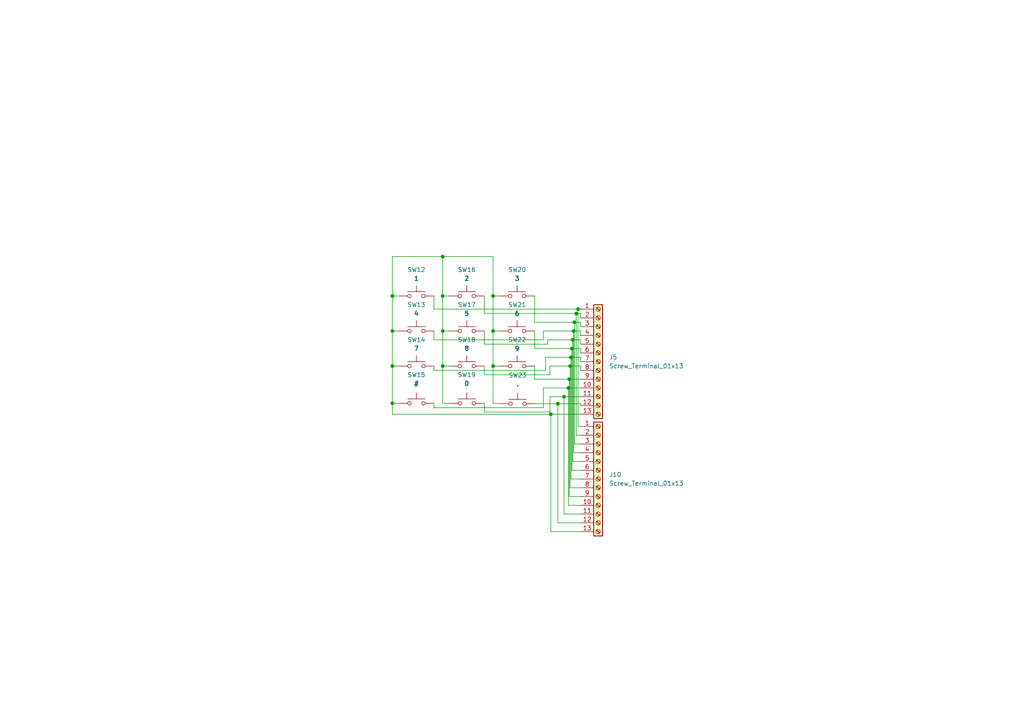
<source format=kicad_sch>
(kicad_sch (version 20211123) (generator eeschema)
  (paper "A4")
  (lib_symbols
    (symbol "Connector:Screw_Terminal_01x13" (pin_names (offset 1.016) hide)
      (property "Reference" "J" (at 0 17.78 0))
      (property "Value" "Screw_Terminal_01x13" (at 0 -17.78 0))
      (symbol "Screw_Terminal_01x13_1_1"
        (rectangle (start -1.27 16.51) (end 1.27 -16.51) (stroke (width 0.254)) (fill (type background)))
        (circle (center 0 -15.24) (radius 0.635) (stroke (width 0.1524)))
        (circle (center 0 -12.7) (radius 0.635) (stroke (width 0.1524)))
        (circle (center 0 -10.16) (radius 0.635) (stroke (width 0.1524)))
        (circle (center 0 -7.62) (radius 0.635) (stroke (width 0.1524)))
        (circle (center 0 -5.08) (radius 0.635) (stroke (width 0.1524)))
        (circle (center 0 -2.54) (radius 0.635) (stroke (width 0.1524)))
        (polyline (pts (xy -0.5334 -14.9098) (xy 0.3302 -15.748)) (stroke (width 0.1524)))
        (polyline (pts (xy -0.5334 -12.3698) (xy 0.3302 -13.208)) (stroke (width 0.1524)))
        (polyline (pts (xy -0.5334 -9.8298) (xy 0.3302 -10.668)) (stroke (width 0.1524)))
        (polyline (pts (xy -0.5334 -7.2898) (xy 0.3302 -8.128)) (stroke (width 0.1524)))
        (polyline (pts (xy -0.5334 -4.7498) (xy 0.3302 -5.588)) (stroke (width 0.1524)))
        (polyline (pts (xy -0.5334 -2.2098) (xy 0.3302 -3.048)) (stroke (width 0.1524)))
        (polyline (pts (xy -0.5334 0.3302) (xy 0.3302 -0.508)) (stroke (width 0.1524)))
        (polyline (pts (xy -0.5334 2.8702) (xy 0.3302 2.032)) (stroke (width 0.1524)))
        (polyline (pts (xy -0.5334 5.4102) (xy 0.3302 4.572)) (stroke (width 0.1524)))
        (polyline (pts (xy -0.5334 7.9502) (xy 0.3302 7.112)) (stroke (width 0.1524)))
        (polyline (pts (xy -0.5334 10.4902) (xy 0.3302 9.652)) (stroke (width 0.1524)))
        (polyline (pts (xy -0.5334 13.0302) (xy 0.3302 12.192)) (stroke (width 0.1524)))
        (polyline (pts (xy -0.5334 15.5702) (xy 0.3302 14.732)) (stroke (width 0.1524)))
        (polyline (pts (xy -0.3556 -14.732) (xy 0.508 -15.5702)) (stroke (width 0.1524)))
        (polyline (pts (xy -0.3556 -12.192) (xy 0.508 -13.0302)) (stroke (width 0.1524)))
        (polyline (pts (xy -0.3556 -9.652) (xy 0.508 -10.4902)) (stroke (width 0.1524)))
        (polyline (pts (xy -0.3556 -7.112) (xy 0.508 -7.9502)) (stroke (width 0.1524)))
        (polyline (pts (xy -0.3556 -4.572) (xy 0.508 -5.4102)) (stroke (width 0.1524)))
        (polyline (pts (xy -0.3556 -2.032) (xy 0.508 -2.8702)) (stroke (width 0.1524)))
        (polyline (pts (xy -0.3556 0.508) (xy 0.508 -0.3302)) (stroke (width 0.1524)))
        (polyline (pts (xy -0.3556 3.048) (xy 0.508 2.2098)) (stroke (width 0.1524)))
        (polyline (pts (xy -0.3556 5.588) (xy 0.508 4.7498)) (stroke (width 0.1524)))
        (polyline (pts (xy -0.3556 8.128) (xy 0.508 7.2898)) (stroke (width 0.1524)))
        (polyline (pts (xy -0.3556 10.668) (xy 0.508 9.8298)) (stroke (width 0.1524)))
        (polyline (pts (xy -0.3556 13.208) (xy 0.508 12.3698)) (stroke (width 0.1524)))
        (polyline (pts (xy -0.3556 15.748) (xy 0.508 14.9098)) (stroke (width 0.1524)))
        (circle (center 0 0) (radius 0.635) (stroke (width 0.1524)))
        (circle (center 0 2.54) (radius 0.635) (stroke (width 0.1524)))
        (circle (center 0 5.08) (radius 0.635) (stroke (width 0.1524)))
        (circle (center 0 7.62) (radius 0.635) (stroke (width 0.1524)))
        (circle (center 0 10.16) (radius 0.635) (stroke (width 0.1524)))
        (circle (center 0 12.7) (radius 0.635) (stroke (width 0.1524)))
        (circle (center 0 15.24) (radius 0.635) (stroke (width 0.1524)))
        (pin passive line (at -5.08 15.24 0) (length 3.81) (name "Pin_1") (number "1"))
        (pin passive line (at -5.08 -7.62 0) (length 3.81) (name "Pin_10") (number "10"))
        (pin passive line (at -5.08 -10.16 0) (length 3.81) (name "Pin_11") (number "11"))
        (pin passive line (at -5.08 -12.7 0) (length 3.81) (name "Pin_12") (number "12"))
        (pin passive line (at -5.08 -15.24 0) (length 3.81) (name "Pin_13") (number "13"))
        (pin passive line (at -5.08 12.7 0) (length 3.81) (name "Pin_2") (number "2"))
        (pin passive line (at -5.08 10.16 0) (length 3.81) (name "Pin_3") (number "3"))
        (pin passive line (at -5.08 7.62 0) (length 3.81) (name "Pin_4") (number "4"))
        (pin passive line (at -5.08 5.08 0) (length 3.81) (name "Pin_5") (number "5"))
        (pin passive line (at -5.08 2.54 0) (length 3.81) (name "Pin_6") (number "6"))
        (pin passive line (at -5.08 0 0) (length 3.81) (name "Pin_7") (number "7"))
        (pin passive line (at -5.08 -2.54 0) (length 3.81) (name "Pin_8") (number "8"))
        (pin passive line (at -5.08 -5.08 0) (length 3.81) (name "Pin_9") (number "9"))
      )
    )
    (symbol "Switch:SW_Push" (pin_numbers hide) (pin_names (offset 1.016) hide)
      (property "Reference" "SW" (at 1.27 2.54 0))
      (property "Value" "SW_Push" (at 0 -1.524 0))
      (symbol "SW_Push_0_1"
        (circle (center -2.032 0) (radius 0.508))
        (polyline (pts (xy 0 1.27) (xy 0 3.048)))
        (polyline (pts (xy 2.54 1.27) (xy -2.54 1.27)))
        (circle (center 2.032 0) (radius 0.508))
        (pin passive line (at -5.08 0 0) (length 2.54) (name "1") (number "1"))
        (pin passive line (at 5.08 0 180) (length 2.54) (name "2") (number "2"))
      )
    )
  )
  (junction (at 166.116 98.552))
  (junction (at 166.37 96.012))
  (junction (at 159.766 120.142))
  (junction (at 128.397 96.012))
  (junction (at 113.792 85.852))
  (junction (at 165.1 109.982))
  (junction (at 143.002 85.852))
  (junction (at 167.132 90.932))
  (junction (at 143.002 96.012))
  (junction (at 113.792 106.172))
  (junction (at 164.846 112.522))
  (junction (at 163.576 115.062))
  (junction (at 165.862 101.092))
  (junction (at 161.798 117.094))
  (junction (at 167.64 89.662))
  (junction (at 128.397 106.172))
  (junction (at 143.002 106.172))
  (junction (at 128.397 74.422))
  (junction (at 165.354 106.172))
  (junction (at 128.397 85.852))
  (junction (at 113.792 116.967))
  (junction (at 166.624 93.472))
  (junction (at 113.792 96.012))
  (junction (at 165.608 103.632))
  (wire (pts (xy 168.402 136.398) (xy 165.862 136.398)))
  (wire (pts (xy 159.512 119.507) (xy 159.512 115.062)))
  (wire (pts (xy 143.002 74.422) (xy 143.002 85.852)))
  (wire (pts (xy 159.512 115.062) (xy 163.576 115.062)))
  (wire (pts (xy 155.067 85.852) (xy 155.067 93.472)))
  (wire (pts (xy 159.512 106.172) (xy 165.354 106.172)))
  (wire (pts (xy 143.002 85.852) (xy 143.002 96.012)))
  (wire (pts (xy 161.798 117.094) (xy 168.402 117.094)))
  (wire (pts (xy 166.116 98.552) (xy 168.402 98.552)))
  (wire (pts (xy 143.002 96.012) (xy 143.002 106.172)))
  (wire (pts (xy 165.608 103.632) (xy 168.402 103.632)))
  (wire (pts (xy 165.1 144.018) (xy 165.1 109.982)))
  (wire (pts (xy 165.862 101.092) (xy 168.402 101.092)))
  (wire (pts (xy 128.397 74.422) (xy 113.792 74.422)))
  (wire (pts (xy 168.402 154.178) (xy 159.766 154.178)))
  (wire (pts (xy 163.576 115.062) (xy 168.402 115.062)))
  (wire (pts (xy 168.402 93.472) (xy 168.402 94.742)))
  (wire (pts (xy 113.792 85.852) (xy 115.697 85.852)))
  (wire (pts (xy 155.067 96.012) (xy 155.067 101.092)))
  (wire (pts (xy 166.624 128.778) (xy 166.624 93.472)))
  (wire (pts (xy 128.397 85.852) (xy 130.302 85.852)))
  (wire (pts (xy 143.002 74.422) (xy 128.397 74.422)))
  (wire (pts (xy 168.402 103.632) (xy 168.402 104.902)))
  (wire (pts (xy 125.857 116.967) (xy 125.857 118.237)))
  (wire (pts (xy 140.462 85.852) (xy 140.462 90.932)))
  (wire (pts (xy 168.402 123.698) (xy 167.64 123.698)))
  (wire (pts (xy 140.462 116.967) (xy 140.462 119.507)))
  (wire (pts (xy 157.607 96.012) (xy 166.37 96.012)))
  (wire (pts (xy 158.242 107.442) (xy 158.242 103.632)))
  (wire (pts (xy 159.766 154.178) (xy 159.766 120.142)))
  (wire (pts (xy 140.462 106.172) (xy 140.462 108.712)))
  (wire (pts (xy 168.402 117.094) (xy 168.402 117.602)))
  (wire (pts (xy 140.462 96.012) (xy 140.462 99.822)))
  (wire (pts (xy 155.067 109.982) (xy 165.1 109.982)))
  (wire (pts (xy 168.402 96.012) (xy 168.402 97.282)))
  (wire (pts (xy 155.067 101.092) (xy 165.862 101.092)))
  (wire (pts (xy 168.402 149.098) (xy 163.576 149.098)))
  (wire (pts (xy 155.067 106.172) (xy 155.067 109.982)))
  (wire (pts (xy 113.792 120.142) (xy 113.792 116.967)))
  (wire (pts (xy 155.067 93.472) (xy 166.624 93.472)))
  (wire (pts (xy 167.64 123.698) (xy 167.64 89.662)))
  (wire (pts (xy 167.64 89.662) (xy 168.402 89.662)))
  (wire (pts (xy 158.242 103.632) (xy 165.608 103.632)))
  (wire (pts (xy 140.462 90.932) (xy 167.132 90.932)))
  (wire (pts (xy 168.402 144.018) (xy 165.1 144.018)))
  (wire (pts (xy 128.397 106.172) (xy 128.397 116.967)))
  (wire (pts (xy 159.766 120.142) (xy 113.792 120.142)))
  (wire (pts (xy 158.877 99.822) (xy 158.877 98.552)))
  (wire (pts (xy 143.002 85.852) (xy 144.907 85.852)))
  (wire (pts (xy 168.402 131.318) (xy 166.37 131.318)))
  (wire (pts (xy 166.37 131.318) (xy 166.37 96.012)))
  (wire (pts (xy 158.877 98.552) (xy 166.116 98.552)))
  (wire (pts (xy 166.624 93.472) (xy 168.402 93.472)))
  (wire (pts (xy 155.194 117.094) (xy 161.798 117.094)))
  (wire (pts (xy 168.402 98.552) (xy 168.402 99.822)))
  (wire (pts (xy 143.002 106.172) (xy 143.002 116.967)))
  (wire (pts (xy 128.397 96.012) (xy 130.302 96.012)))
  (wire (pts (xy 125.857 96.012) (xy 125.857 98.552)))
  (wire (pts (xy 143.002 106.172) (xy 144.907 106.172)))
  (wire (pts (xy 165.608 138.938) (xy 165.608 103.632)))
  (wire (pts (xy 167.132 90.932) (xy 168.402 90.932)))
  (wire (pts (xy 165.354 106.172) (xy 168.402 106.172)))
  (wire (pts (xy 125.857 118.237) (xy 157.607 118.237)))
  (wire (pts (xy 125.857 89.662) (xy 167.64 89.662)))
  (wire (pts (xy 125.857 107.442) (xy 158.242 107.442)))
  (wire (pts (xy 113.792 106.172) (xy 113.792 116.967)))
  (wire (pts (xy 128.397 96.012) (xy 128.397 106.172)))
  (wire (pts (xy 168.402 120.142) (xy 159.766 120.142)))
  (wire (pts (xy 166.116 133.858) (xy 166.116 98.552)))
  (wire (pts (xy 143.002 96.012) (xy 144.907 96.012)))
  (wire (pts (xy 140.462 119.507) (xy 159.512 119.507)))
  (wire (pts (xy 113.792 96.012) (xy 113.792 106.172)))
  (wire (pts (xy 165.1 109.982) (xy 168.402 109.982)))
  (wire (pts (xy 167.132 126.238) (xy 167.132 90.932)))
  (wire (pts (xy 168.402 101.092) (xy 168.402 102.362)))
  (wire (pts (xy 164.846 146.558) (xy 164.846 112.522)))
  (wire (pts (xy 113.792 116.967) (xy 115.697 116.967)))
  (wire (pts (xy 168.402 146.558) (xy 164.846 146.558)))
  (wire (pts (xy 168.402 138.938) (xy 165.608 138.938)))
  (wire (pts (xy 128.397 74.422) (xy 128.397 85.852)))
  (wire (pts (xy 168.402 90.932) (xy 168.402 92.202)))
  (wire (pts (xy 168.402 141.478) (xy 165.354 141.478)))
  (wire (pts (xy 157.607 118.237) (xy 157.607 112.522)))
  (wire (pts (xy 125.857 85.852) (xy 125.857 89.662)))
  (wire (pts (xy 140.462 99.822) (xy 158.877 99.822)))
  (wire (pts (xy 168.402 128.778) (xy 166.624 128.778)))
  (wire (pts (xy 113.792 106.172) (xy 115.697 106.172)))
  (wire (pts (xy 165.862 136.398) (xy 165.862 101.092)))
  (wire (pts (xy 125.857 106.172) (xy 125.857 107.442)))
  (wire (pts (xy 168.402 126.238) (xy 167.132 126.238)))
  (wire (pts (xy 145.034 117.094) (xy 143.002 116.967)))
  (wire (pts (xy 128.397 85.852) (xy 128.397 96.012)))
  (wire (pts (xy 163.576 149.098) (xy 163.576 115.062)))
  (wire (pts (xy 168.402 151.638) (xy 161.798 151.638)))
  (wire (pts (xy 159.512 108.712) (xy 159.512 106.172)))
  (wire (pts (xy 125.857 98.552) (xy 157.607 98.552)))
  (wire (pts (xy 130.302 106.172) (xy 128.397 106.172)))
  (wire (pts (xy 161.798 151.638) (xy 161.798 117.094)))
  (wire (pts (xy 157.607 98.552) (xy 157.607 96.012)))
  (wire (pts (xy 168.402 106.172) (xy 168.402 107.442)))
  (wire (pts (xy 113.792 85.852) (xy 113.792 96.012)))
  (wire (pts (xy 164.846 112.522) (xy 168.402 112.522)))
  (wire (pts (xy 166.37 96.012) (xy 168.402 96.012)))
  (wire (pts (xy 165.354 141.478) (xy 165.354 106.172)))
  (wire (pts (xy 157.607 112.522) (xy 164.846 112.522)))
  (wire (pts (xy 130.302 116.967) (xy 128.397 116.967)))
  (wire (pts (xy 140.462 108.712) (xy 159.512 108.712)))
  (wire (pts (xy 113.792 96.012) (xy 115.697 96.012)))
  (wire (pts (xy 168.402 133.858) (xy 166.116 133.858)))
  (wire (pts (xy 113.792 74.422) (xy 113.792 85.852)))
  (symbol (lib_id "Switch:SW_Push") (at 149.987 96.012 0) (unit 1)
    (property "Reference" "SW21" (at 149.987 88.392 0))
    (property "Value" "6" (at 149.987 90.932 0) (effects (font bold)))
    (property "Footprint" "Button_Switch_THT:SW_PUSH_6mm" (effects hide))
  )
  (symbol (lib_id "Switch:SW_Push") (at 135.382 85.852 0) (unit 1)
    (property "Reference" "SW16" (at 135.382 78.232 0))
    (property "Value" "2" (at 135.382 80.772 0) (effects (font bold)))
    (property "Footprint" "Button_Switch_THT:SW_PUSH_6mm" (effects hide))
  )
  (symbol (lib_id "Switch:SW_Push") (at 135.382 96.012 0) (unit 1)
    (property "Reference" "SW17" (at 135.382 88.392 0))
    (property "Value" "5" (at 135.382 90.932 0) (effects (font bold)))
    (property "Footprint" "Button_Switch_THT:SW_PUSH_6mm" (effects hide))
  )
  (symbol (lib_id "Switch:SW_Push") (at 120.777 85.852 0) (unit 1)
    (property "Reference" "SW12" (at 120.777 78.232 0))
    (property "Value" "1" (at 120.777 80.772 0) (effects (font bold)))
    (property "Footprint" "Button_Switch_THT:SW_PUSH_6mm" (effects hide))
  )
  (symbol (lib_id "Switch:SW_Push") (at 120.777 96.012 0) (unit 1)
    (property "Reference" "SW13" (at 120.777 88.392 0))
    (property "Value" "4" (at 120.777 90.932 0) (effects (font bold)))
    (property "Footprint" "Button_Switch_THT:SW_PUSH_6mm" (effects hide))
  )
  (symbol (lib_id "Switch:SW_Push") (at 150.114 117.094 0) (unit 1)
    (property "Reference" "SW23" (at 150.114 108.839 0))
    (property "Value" "." (at 150.114 111.379 0) (effects (font bold)))
    (property "Footprint" "Button_Switch_THT:SW_PUSH_6mm" (effects hide))
  )
  (symbol (lib_id "Switch:SW_Push") (at 120.777 116.967 0) (unit 1)
    (property "Reference" "SW15" (at 120.777 108.712 0))
    (property "Value" "#" (at 120.777 111.252 0) (effects (font bold)))
    (property "Footprint" "Button_Switch_THT:SW_PUSH_6mm" (effects hide))
  )
  (symbol (lib_id "Switch:SW_Push") (at 120.777 106.172 0) (unit 1)
    (property "Reference" "SW14" (at 120.777 98.552 0))
    (property "Value" "7" (at 120.777 101.092 0) (effects (font bold)))
    (property "Footprint" "Button_Switch_THT:SW_PUSH_6mm" (effects hide))
  )
  (symbol (lib_id "Switch:SW_Push") (at 149.987 106.172 0) (unit 1)
    (property "Reference" "SW22" (at 149.987 98.552 0))
    (property "Value" "9" (at 149.987 101.092 0) (effects (font bold)))
    (property "Footprint" "Button_Switch_THT:SW_PUSH_6mm" (effects hide))
  )
  (symbol (lib_id "Switch:SW_Push") (at 149.987 85.852 0) (unit 1)
    (property "Reference" "SW20" (at 149.987 78.232 0))
    (property "Value" "3" (at 149.987 80.772 0) (effects (font bold)))
    (property "Footprint" "Button_Switch_THT:SW_PUSH_6mm" (effects hide))
  )
  (symbol (lib_id "Switch:SW_Push") (at 135.382 116.967 0) (unit 1)
    (property "Reference" "SW19" (at 135.382 108.712 0))
    (property "Value" "0" (at 135.382 111.252 0) (effects (font bold)))
    (property "Footprint" "Button_Switch_THT:SW_PUSH_6mm" (effects hide))
  )
  (symbol (lib_id "Switch:SW_Push") (at 135.382 106.172 0) (unit 1)
    (property "Reference" "SW18" (at 135.382 98.552 0))
    (property "Value" "8" (at 135.382 101.092 0) (effects (font bold)))
    (property "Footprint" "Button_Switch_THT:SW_PUSH_6mm" (effects hide))
  )
  (symbol (lib_id "Connector:Screw_Terminal_01x13") (at 173.482 138.938 0) (unit 1)
    (property "Reference" "J10" (at 176.657 137.6679 0) (effects (justify left)))
    (property "Value" "Screw_Terminal_01x13" (at 176.657 140.2079 0) (effects (justify left)))
    (property "Footprint" "Connector_PinSocket_2.54mm:PinSocket_1x13_P2.54mm_Vertical" (effects hide))
  )
  (symbol (lib_id "Connector:Screw_Terminal_01x13") (at 173.482 104.902 0) (unit 1)
    (property "Reference" "J5" (at 176.657 103.6319 0) (effects (justify left)))
    (property "Value" "Screw_Terminal_01x13" (at 176.657 106.1719 0) (effects (justify left)))
    (property "Footprint" "Connector_PinSocket_2.54mm:PinSocket_1x13_P2.54mm_Vertical" (effects hide))
  )
)
</source>
